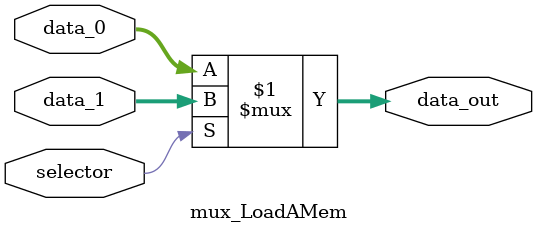
<source format=v>
module mux_LoadAMem(
    input wire selector,
    input wire [31:0] data_0,
    input wire [31:0] data_1,
    output wire [31:0] data_out

);

    assign data_out = (selector) ? data_1 : data_0; 

endmodule
</source>
